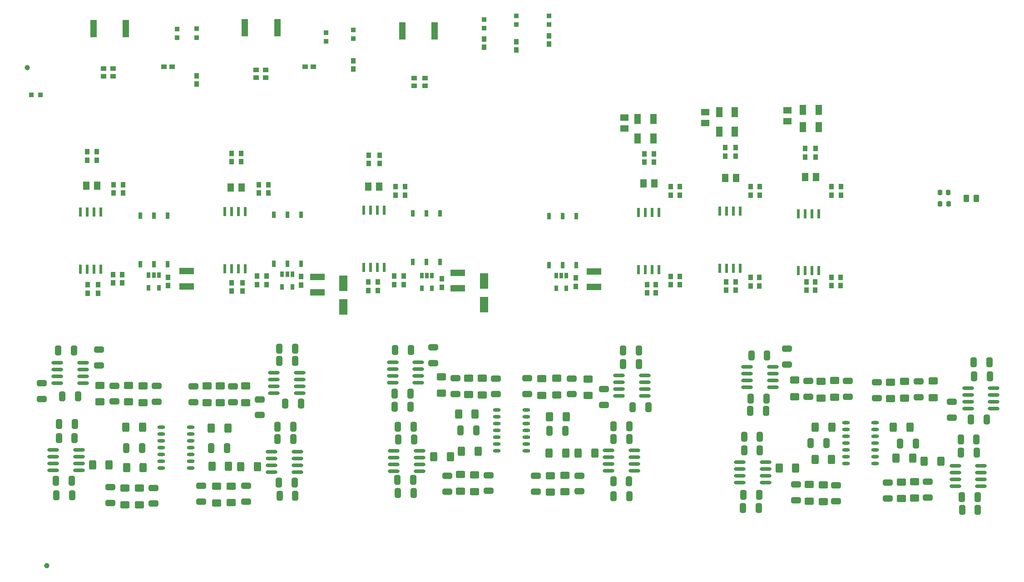
<source format=gbr>
%TF.GenerationSoftware,KiCad,Pcbnew,(5.99.0-10177-gd878cbddbc)*%
%TF.CreationDate,2021-05-19T16:56:41+02:00*%
%TF.ProjectId,PowerMeterDeng,506f7765-724d-4657-9465-7244656e672e,rev?*%
%TF.SameCoordinates,Original*%
%TF.FileFunction,Paste,Top*%
%TF.FilePolarity,Positive*%
%FSLAX46Y46*%
G04 Gerber Fmt 4.6, Leading zero omitted, Abs format (unit mm)*
G04 Created by KiCad (PCBNEW (5.99.0-10177-gd878cbddbc)) date 2021-05-19 16:56:41*
%MOMM*%
%LPD*%
G01*
G04 APERTURE LIST*
G04 Aperture macros list*
%AMRoundRect*
0 Rectangle with rounded corners*
0 $1 Rounding radius*
0 $2 $3 $4 $5 $6 $7 $8 $9 X,Y pos of 4 corners*
0 Add a 4 corners polygon primitive as box body*
4,1,4,$2,$3,$4,$5,$6,$7,$8,$9,$2,$3,0*
0 Add four circle primitives for the rounded corners*
1,1,$1+$1,$2,$3*
1,1,$1+$1,$4,$5*
1,1,$1+$1,$6,$7*
1,1,$1+$1,$8,$9*
0 Add four rect primitives between the rounded corners*
20,1,$1+$1,$2,$3,$4,$5,0*
20,1,$1+$1,$4,$5,$6,$7,0*
20,1,$1+$1,$6,$7,$8,$9,0*
20,1,$1+$1,$8,$9,$2,$3,0*%
G04 Aperture macros list end*
%ADD10RoundRect,0.225000X0.225000X0.250000X-0.225000X0.250000X-0.225000X-0.250000X0.225000X-0.250000X0*%
%ADD11RoundRect,0.250000X0.262500X0.450000X-0.262500X0.450000X-0.262500X-0.450000X0.262500X-0.450000X0*%
%ADD12R,0.939800X0.990600*%
%ADD13O,2.200001X0.599999*%
%ADD14RoundRect,0.250000X0.400000X0.625000X-0.400000X0.625000X-0.400000X-0.625000X0.400000X-0.625000X0*%
%ADD15RoundRect,0.250000X-0.650000X0.325000X-0.650000X-0.325000X0.650000X-0.325000X0.650000X0.325000X0*%
%ADD16RoundRect,0.249550X-0.650450X0.325450X-0.650450X-0.325450X0.650450X-0.325450X0.650450X0.325450X0*%
%ADD17RoundRect,0.250000X-0.400000X-0.625000X0.400000X-0.625000X0.400000X0.625000X-0.400000X0.625000X0*%
%ADD18RoundRect,0.250000X0.650000X-0.325000X0.650000X0.325000X-0.650000X0.325000X-0.650000X-0.325000X0*%
%ADD19RoundRect,0.249550X0.650450X-0.325450X0.650450X0.325450X-0.650450X0.325450X-0.650450X-0.325450X0*%
%ADD20RoundRect,0.250000X0.625000X-0.400000X0.625000X0.400000X-0.625000X0.400000X-0.625000X-0.400000X0*%
%ADD21RoundRect,0.250000X0.325000X0.650000X-0.325000X0.650000X-0.325000X-0.650000X0.325000X-0.650000X0*%
%ADD22RoundRect,0.249550X0.325450X0.650450X-0.325450X0.650450X-0.325450X-0.650450X0.325450X-0.650450X0*%
%ADD23R,0.990600X0.939800*%
%ADD24R,2.692400X1.295400*%
%ADD25R,0.812800X0.812800*%
%ADD26RoundRect,0.250000X-0.325000X-0.650000X0.325000X-0.650000X0.325000X0.650000X-0.325000X0.650000X0*%
%ADD27RoundRect,0.249550X-0.325450X-0.650450X0.325450X-0.650450X0.325450X0.650450X-0.325450X0.650450X0*%
%ADD28RoundRect,0.249600X-0.625400X0.400400X-0.625400X-0.400400X0.625400X-0.400400X0.625400X0.400400X0*%
%ADD29RoundRect,0.250000X-0.625000X0.400000X-0.625000X-0.400000X0.625000X-0.400000X0.625000X0.400000X0*%
%ADD30R,1.295400X1.828800*%
%ADD31R,1.210000X3.320000*%
%ADD32R,0.635000X1.270000*%
%ADD33RoundRect,0.249600X0.625400X-0.400400X0.625400X0.400400X-0.625400X0.400400X-0.625400X-0.400400X0*%
%ADD34R,0.635000X1.092200*%
%ADD35R,0.600000X1.800000*%
%ADD36C,0.990600*%
%ADD37R,1.270000X1.600200*%
%ADD38R,1.600200X1.270000*%
%ADD39O,1.450000X0.599999*%
%ADD40R,1.574800X2.997200*%
G04 APERTURE END LIST*
D10*
%TO.C,C52*%
X251040600Y-56845200D03*
X252590600Y-56845200D03*
%TD*%
%TO.C,C53*%
X251091400Y-58978800D03*
X252641400Y-58978800D03*
%TD*%
D11*
%TO.C,R98*%
X255983100Y-57962800D03*
X257808100Y-57962800D03*
%TD*%
D12*
%TO.C,R4*%
X93786800Y-49199800D03*
X93786800Y-50774600D03*
%TD*%
%TO.C,C43*%
X217459400Y-55727600D03*
X217459400Y-57302400D03*
%TD*%
D13*
%TO.C,U31*%
X148997199Y-88458400D03*
X148997199Y-89728400D03*
X148997199Y-90998400D03*
X148997199Y-92268400D03*
X153797199Y-92268400D03*
X153797199Y-90998400D03*
X153797199Y-89728400D03*
X153797199Y-88458400D03*
%TD*%
D14*
%TO.C,R109*%
X181357200Y-98651200D03*
X178257200Y-98651200D03*
%TD*%
D13*
%TO.C,U29*%
X131228800Y-108991400D03*
X131228800Y-107721400D03*
X131228800Y-106451400D03*
X131228800Y-105181400D03*
X126428800Y-105181400D03*
X126428800Y-106451400D03*
X126428800Y-107721400D03*
X126428800Y-108991400D03*
%TD*%
D15*
%TO.C,C196*%
X188422999Y-93518600D03*
D16*
X188422999Y-96468600D03*
%TD*%
D15*
%TO.C,C24*%
X96367600Y-111783000D03*
D16*
X96367600Y-114733000D03*
%TD*%
D17*
%TO.C,R30*%
X99237200Y-100584000D03*
X102337200Y-100584000D03*
%TD*%
D18*
%TO.C,C210*%
X222478600Y-88876400D03*
D19*
X222478600Y-85926400D03*
%TD*%
D17*
%TO.C,R113*%
X178155600Y-105458400D03*
X181255600Y-105458400D03*
%TD*%
D20*
%TO.C,R50*%
X116179600Y-114732400D03*
X116179600Y-111632400D03*
%TD*%
D21*
%TO.C,C222*%
X257913400Y-105333800D03*
D22*
X254963400Y-105333800D03*
%TD*%
D23*
%TO.C,FB6*%
X155051600Y-35458400D03*
X155051600Y-36931600D03*
%TD*%
D22*
%TO.C,C186*%
X118111800Y-104495600D03*
D21*
X115161800Y-104495600D03*
%TD*%
%TO.C,C223*%
X257862600Y-102920800D03*
D22*
X254912600Y-102920800D03*
%TD*%
D15*
%TO.C,C22*%
X105003600Y-92911400D03*
X105003600Y-95861400D03*
%TD*%
D12*
%TO.C,C31*%
X98739800Y-55346600D03*
X98739800Y-56921400D03*
%TD*%
D17*
%TO.C,R112*%
X183609399Y-105433000D03*
X186709399Y-105433000D03*
%TD*%
%TO.C,R42*%
X115188400Y-100736400D03*
X118288400Y-100736400D03*
%TD*%
D21*
%TO.C,C215*%
X260252000Y-88504200D03*
D22*
X257302000Y-88504200D03*
%TD*%
D24*
%TO.C,C25*%
X161096800Y-74726800D03*
X161096800Y-71831200D03*
%TD*%
D25*
%TO.C,D2*%
X108772800Y-27990800D03*
X108772800Y-26365200D03*
%TD*%
D14*
%TO.C,R46*%
X123774800Y-108000800D03*
X120674800Y-108000800D03*
%TD*%
D25*
%TO.C,D6*%
X166049800Y-26212800D03*
X166049800Y-24587200D03*
%TD*%
D14*
%TO.C,R48*%
X118390000Y-107899200D03*
X115290000Y-107899200D03*
%TD*%
D26*
%TO.C,C213*%
X215745800Y-95224600D03*
D27*
X218695800Y-95224600D03*
%TD*%
D28*
%TO.C,R110*%
X179629400Y-91487800D03*
D29*
X179629400Y-94587800D03*
%TD*%
D26*
%TO.C,C204*%
X190194000Y-113434000D03*
D27*
X193144000Y-113434000D03*
%TD*%
D12*
%TO.C,C56*%
X151038400Y-72415400D03*
X151038400Y-73990200D03*
%TD*%
%TO.C,C62*%
X217383200Y-72669400D03*
X217383200Y-74244200D03*
%TD*%
D21*
%TO.C,C202*%
X193144000Y-100454600D03*
D22*
X190194000Y-100454600D03*
%TD*%
D12*
%TO.C,C38*%
X151292400Y-55727600D03*
X151292400Y-57302400D03*
%TD*%
D30*
%TO.C,R72*%
X209890200Y-41808400D03*
X212785800Y-41808400D03*
%TD*%
D24*
%TO.C,C14*%
X134934800Y-75438000D03*
X134934800Y-72542400D03*
%TD*%
D12*
%TO.C,C5*%
X107121800Y-74193400D03*
X107121800Y-72618600D03*
%TD*%
%TO.C,R26*%
X146593400Y-49860200D03*
X146593400Y-51435000D03*
%TD*%
%TO.C,R57*%
X178140200Y-27584400D03*
X178140200Y-29159200D03*
%TD*%
D20*
%TO.C,R111*%
X176759200Y-94664000D03*
X176759200Y-91564000D03*
%TD*%
D12*
%TO.C,C8*%
X149539800Y-57302400D03*
X149539800Y-55727600D03*
%TD*%
D30*
%TO.C,R84*%
X225511200Y-44627800D03*
X228406800Y-44627800D03*
%TD*%
D29*
%TO.C,R131*%
X241858800Y-92201400D03*
X241858800Y-95301400D03*
%TD*%
D31*
%TO.C,R9*%
X121435000Y-26111200D03*
X127485000Y-26111200D03*
%TD*%
D21*
%TO.C,C207*%
X164569000Y-101165800D03*
D22*
X161619000Y-101165800D03*
%TD*%
D17*
%TO.C,R129*%
X242340800Y-100558600D03*
X245440800Y-100558600D03*
%TD*%
D12*
%TO.C,C3*%
X124012800Y-56921400D03*
X124012800Y-55346600D03*
%TD*%
D29*
%TO.C,R36*%
X99060000Y-111937200D03*
D28*
X99060000Y-115037200D03*
%TD*%
D20*
%TO.C,R38*%
X121564400Y-96038000D03*
X121564400Y-92938000D03*
%TD*%
D14*
%TO.C,R132*%
X224155600Y-108204000D03*
X221055600Y-108204000D03*
%TD*%
D26*
%TO.C,C212*%
X215644200Y-97586800D03*
D27*
X218594200Y-97586800D03*
%TD*%
D12*
%TO.C,C64*%
X215706800Y-74244200D03*
X215706800Y-72669400D03*
%TD*%
D26*
%TO.C,C216*%
X256794000Y-99197600D03*
D27*
X259744000Y-99197600D03*
%TD*%
D21*
%TO.C,C227*%
X229870000Y-103581200D03*
D22*
X226920000Y-103581200D03*
%TD*%
D32*
%TO.C,T2*%
X126806800Y-70104000D03*
X129346800Y-70104000D03*
X131886800Y-70104000D03*
X131886800Y-60985400D03*
X129346800Y-60985400D03*
X126806800Y-60985400D03*
%TD*%
D33*
%TO.C,R122*%
X161664399Y-112545000D03*
D20*
X161664399Y-109445000D03*
%TD*%
D15*
%TO.C,C164*%
X248742200Y-110793000D03*
D16*
X248742200Y-113743000D03*
%TD*%
D15*
%TO.C,C48*%
X159175199Y-109672400D03*
D16*
X159175199Y-112622400D03*
%TD*%
D24*
%TO.C,C50*%
X186547600Y-74472800D03*
X186547600Y-71577200D03*
%TD*%
D18*
%TO.C,C35*%
X119227600Y-95963000D03*
D19*
X119227600Y-93013000D03*
%TD*%
D15*
%TO.C,C29*%
X104444800Y-111910600D03*
X104444800Y-114860600D03*
%TD*%
D12*
%TO.C,C19*%
X230819800Y-57302400D03*
X230819800Y-55727600D03*
%TD*%
D21*
%TO.C,C191*%
X152440399Y-86223200D03*
D22*
X149490399Y-86223200D03*
%TD*%
D32*
%TO.C,T1*%
X101914800Y-70231000D03*
X104454800Y-70231000D03*
X106994800Y-70231000D03*
X106994800Y-61112400D03*
X104454800Y-61112400D03*
X101914800Y-61112400D03*
%TD*%
D23*
%TO.C,FB5*%
X153019600Y-35458400D03*
X153019600Y-36931600D03*
%TD*%
D13*
%TO.C,U36*%
X215074800Y-89357200D03*
X215074800Y-90627200D03*
X215074800Y-91897200D03*
X215074800Y-93167200D03*
X219874800Y-93167200D03*
X219874800Y-91897200D03*
X219874800Y-90627200D03*
X219874800Y-89357200D03*
%TD*%
D15*
%TO.C,C41*%
X175685199Y-109672400D03*
X175685199Y-112622400D03*
%TD*%
D18*
%TO.C,C158*%
X226517200Y-94947000D03*
D19*
X226517200Y-91997000D03*
%TD*%
D34*
%TO.C,U4*%
X130286600Y-72085200D03*
X129346800Y-72085200D03*
X128407000Y-72085200D03*
X128407000Y-74472800D03*
X130286600Y-74472800D03*
%TD*%
D29*
%TO.C,R115*%
X178402999Y-109622800D03*
X178402999Y-112722800D03*
%TD*%
D34*
%TO.C,U10*%
X181391400Y-72339200D03*
X180451600Y-72339200D03*
X179511800Y-72339200D03*
X179511800Y-74726800D03*
X181391400Y-74726800D03*
%TD*%
D35*
%TO.C,U12*%
X213791800Y-60309700D03*
X212521800Y-60309700D03*
X211251800Y-60309700D03*
X209981800Y-60309700D03*
X209981800Y-70969700D03*
X211251800Y-70969700D03*
X212521800Y-70969700D03*
X213791800Y-70969700D03*
%TD*%
D21*
%TO.C,C183*%
X130508800Y-100482400D03*
D22*
X127558800Y-100482400D03*
%TD*%
D21*
%TO.C,C219*%
X217476600Y-102387400D03*
D22*
X214526600Y-102387400D03*
%TD*%
D36*
%TO.C,FID1*%
X80832800Y-33528000D03*
%TD*%
D12*
%TO.C,R12*%
X118932800Y-73634600D03*
X118932800Y-75209400D03*
%TD*%
D36*
%TO.C,FID2*%
X84531200Y-126390400D03*
%TD*%
D21*
%TO.C,C194*%
X194940199Y-86281400D03*
D22*
X191990199Y-86281400D03*
%TD*%
D12*
%TO.C,R3*%
X92135800Y-74015600D03*
X92135800Y-75590400D03*
%TD*%
D34*
%TO.C,U2*%
X105394600Y-72212200D03*
X104454800Y-72212200D03*
X103515000Y-72212200D03*
X103515000Y-74599800D03*
X105394600Y-74599800D03*
%TD*%
D13*
%TO.C,U33*%
X195992199Y-94790400D03*
X195992199Y-93520400D03*
X195992199Y-92250400D03*
X195992199Y-90980400D03*
X191192199Y-90980400D03*
X191192199Y-92250400D03*
X191192199Y-93520400D03*
X191192199Y-94790400D03*
%TD*%
D18*
%TO.C,C37*%
X113284000Y-114505000D03*
X113284000Y-111555000D03*
%TD*%
D12*
%TO.C,C70*%
X230845200Y-74218800D03*
X230845200Y-72644000D03*
%TD*%
D13*
%TO.C,U28*%
X131686000Y-94208600D03*
X131686000Y-92938600D03*
X131686000Y-91668600D03*
X131686000Y-90398600D03*
X126886000Y-90398600D03*
X126886000Y-91668600D03*
X126886000Y-92938600D03*
X126886000Y-94208600D03*
%TD*%
D26*
%TO.C,C197*%
X193735598Y-96898600D03*
D27*
X196685598Y-96898600D03*
%TD*%
D37*
%TO.C,C2*%
X93913800Y-55575200D03*
X91881800Y-55575200D03*
%TD*%
D12*
%TO.C,R86*%
X225917600Y-48615600D03*
X225917600Y-50190400D03*
%TD*%
D25*
%TO.C,D11*%
X178191000Y-25501600D03*
X178191000Y-23876000D03*
%TD*%
D20*
%TO.C,R118*%
X163195600Y-94537000D03*
D33*
X163195600Y-91437000D03*
%TD*%
D37*
%TO.C,C61*%
X213039800Y-54076600D03*
X211007800Y-54076600D03*
%TD*%
D13*
%TO.C,U37*%
X261075400Y-97089400D03*
X261075400Y-95819400D03*
X261075400Y-94549400D03*
X261075400Y-93279400D03*
X256275400Y-93279400D03*
X256275400Y-94549400D03*
X256275400Y-95819400D03*
X256275400Y-97089400D03*
%TD*%
D12*
%TO.C,C54*%
X125460600Y-72415400D03*
X125460600Y-73990200D03*
%TD*%
D17*
%TO.C,R125*%
X227761200Y-100558600D03*
X230861200Y-100558600D03*
%TD*%
D37*
%TO.C,C9*%
X120863200Y-55880000D03*
X118831200Y-55880000D03*
%TD*%
D12*
%TO.C,R7*%
X112455800Y-35026600D03*
X112455800Y-36601400D03*
%TD*%
D24*
%TO.C,C6*%
X110550800Y-74345800D03*
X110550800Y-71450200D03*
%TD*%
D26*
%TO.C,C225*%
X255141200Y-113614200D03*
D27*
X258091200Y-113614200D03*
%TD*%
D22*
%TO.C,C206*%
X181180600Y-101267400D03*
D21*
X178230600Y-101267400D03*
%TD*%
D28*
%TO.C,R126*%
X228879400Y-92049000D03*
D29*
X228879400Y-95149000D03*
%TD*%
D26*
%TO.C,C200*%
X149972999Y-112842400D03*
D27*
X152922999Y-112842400D03*
%TD*%
D20*
%TO.C,R139*%
X243840000Y-113919600D03*
X243840000Y-110819600D03*
%TD*%
D26*
%TO.C,C172*%
X87374200Y-94843600D03*
D27*
X90324200Y-94843600D03*
%TD*%
D35*
%TO.C,U3*%
X121539000Y-60411300D03*
X120269000Y-60411300D03*
X118999000Y-60411300D03*
X117729000Y-60411300D03*
X117729000Y-71071300D03*
X118999000Y-71071300D03*
X120269000Y-71071300D03*
X121539000Y-71071300D03*
%TD*%
D12*
%TO.C,C11*%
X200847800Y-57302400D03*
X200847800Y-55727600D03*
%TD*%
%TO.C,R5*%
X94040800Y-74015600D03*
X94040800Y-75590400D03*
%TD*%
D13*
%TO.C,U38*%
X213703200Y-107111800D03*
X213703200Y-108381800D03*
X213703200Y-109651800D03*
X213703200Y-110921800D03*
X218503200Y-110921800D03*
X218503200Y-109651800D03*
X218503200Y-108381800D03*
X218503200Y-107111800D03*
%TD*%
D20*
%TO.C,R116*%
X158115600Y-94283000D03*
X158115600Y-91183000D03*
%TD*%
D12*
%TO.C,C45*%
X98587400Y-72110600D03*
X98587400Y-73685400D03*
%TD*%
D26*
%TO.C,C220*%
X214323400Y-115671600D03*
D27*
X217273400Y-115671600D03*
%TD*%
D15*
%TO.C,C156*%
X183863999Y-109621600D03*
D16*
X183863999Y-112571600D03*
%TD*%
D13*
%TO.C,U26*%
X86500000Y-88569800D03*
X86500000Y-89839800D03*
X86500000Y-91109800D03*
X86500000Y-92379800D03*
X91300000Y-92379800D03*
X91300000Y-91109800D03*
X91300000Y-89839800D03*
X91300000Y-88569800D03*
%TD*%
D18*
%TO.C,C170*%
X94234000Y-89105000D03*
D19*
X94234000Y-86155000D03*
%TD*%
D29*
%TO.C,R114*%
X181146199Y-109546600D03*
D28*
X181146199Y-112646600D03*
%TD*%
D12*
%TO.C,R77*%
X212912800Y-48463200D03*
X212912800Y-50038000D03*
%TD*%
%TO.C,R55*%
X172018800Y-28676600D03*
X172018800Y-30251400D03*
%TD*%
D18*
%TO.C,C40*%
X160706400Y-94411200D03*
D19*
X160706400Y-91461200D03*
%TD*%
D12*
%TO.C,C13*%
X131886800Y-74066400D03*
X131886800Y-72491600D03*
%TD*%
D21*
%TO.C,C214*%
X260328200Y-91120400D03*
D22*
X257378200Y-91120400D03*
%TD*%
D26*
%TO.C,C224*%
X255166600Y-116001800D03*
D27*
X258116600Y-116001800D03*
%TD*%
D38*
%TO.C,R59*%
X192211800Y-42849800D03*
X192211800Y-44881800D03*
%TD*%
D25*
%TO.C,D1*%
X81671000Y-38608000D03*
X83296600Y-38608000D03*
%TD*%
D13*
%TO.C,U32*%
X149225799Y-104993800D03*
X149225799Y-106263800D03*
X149225799Y-107533800D03*
X149225799Y-108803800D03*
X154025799Y-108803800D03*
X154025799Y-107533800D03*
X154025799Y-106263800D03*
X154025799Y-104993800D03*
%TD*%
D12*
%TO.C,C1*%
X96961800Y-56921400D03*
X96961800Y-55346600D03*
%TD*%
%TO.C,R65*%
X197672800Y-49606200D03*
X197672800Y-51181000D03*
%TD*%
D13*
%TO.C,U39*%
X258699000Y-111633000D03*
X258699000Y-110363000D03*
X258699000Y-109093000D03*
X258699000Y-107823000D03*
X253899000Y-107823000D03*
X253899000Y-109093000D03*
X253899000Y-110363000D03*
X253899000Y-111633000D03*
%TD*%
D21*
%TO.C,C211*%
X218822800Y-87249000D03*
D22*
X215872800Y-87249000D03*
%TD*%
D23*
%TO.C,FB4*%
X125333600Y-33934400D03*
X125333600Y-35407600D03*
%TD*%
D21*
%TO.C,C171*%
X89613000Y-86309200D03*
D22*
X86663000Y-86309200D03*
%TD*%
D23*
%TO.C,FB2*%
X96885600Y-33680400D03*
X96885600Y-35153600D03*
%TD*%
D12*
%TO.C,R23*%
X144459800Y-73507600D03*
X144459800Y-75082400D03*
%TD*%
D18*
%TO.C,C155*%
X168224800Y-94462000D03*
X168224800Y-91512000D03*
%TD*%
D25*
%TO.C,D4*%
X136585800Y-28625800D03*
X136585800Y-27000200D03*
%TD*%
D12*
%TO.C,R15*%
X120964800Y-73634600D03*
X120964800Y-75209400D03*
%TD*%
D26*
%TO.C,C184*%
X127912600Y-113385600D03*
D27*
X130862600Y-113385600D03*
%TD*%
D26*
%TO.C,C180*%
X86205800Y-110591600D03*
D27*
X89155800Y-110591600D03*
%TD*%
D29*
%TO.C,R123*%
X164280599Y-109495800D03*
X164280599Y-112595800D03*
%TD*%
D12*
%TO.C,R74*%
X211007800Y-48463200D03*
X211007800Y-50038000D03*
%TD*%
D21*
%TO.C,C199*%
X152948399Y-100498000D03*
D22*
X149998399Y-100498000D03*
%TD*%
D37*
%TO.C,C55*%
X197799800Y-55092600D03*
X195767800Y-55092600D03*
%TD*%
D26*
%TO.C,C205*%
X190143200Y-110665400D03*
D27*
X193093200Y-110665400D03*
%TD*%
D30*
%TO.C,R85*%
X225511200Y-41402000D03*
X228406800Y-41402000D03*
%TD*%
D15*
%TO.C,C177*%
X124206000Y-95400600D03*
D16*
X124206000Y-98350600D03*
%TD*%
D38*
%TO.C,R83*%
X222615600Y-41478200D03*
X222615600Y-43510200D03*
%TD*%
D29*
%TO.C,R134*%
X226669600Y-111301900D03*
D28*
X226669600Y-114401900D03*
%TD*%
D25*
%TO.C,D3*%
X112455800Y-26289000D03*
X112455800Y-27914600D03*
%TD*%
%TO.C,D9*%
X172095000Y-23901400D03*
X172095000Y-25527000D03*
%TD*%
D15*
%TO.C,C163*%
X231698800Y-111427700D03*
X231698800Y-114377700D03*
%TD*%
D12*
%TO.C,C67*%
X232521600Y-72644000D03*
X232521600Y-74218800D03*
%TD*%
%TO.C,R63*%
X195894800Y-49606200D03*
X195894800Y-51181000D03*
%TD*%
D29*
%TO.C,R124*%
X223951800Y-91820400D03*
X223951800Y-94920400D03*
%TD*%
D35*
%TO.C,U11*%
X198653400Y-60563700D03*
X197383400Y-60563700D03*
X196113400Y-60563700D03*
X194843400Y-60563700D03*
X194843400Y-71223700D03*
X196113400Y-71223700D03*
X197383400Y-71223700D03*
X198653400Y-71223700D03*
%TD*%
D12*
%TO.C,R64*%
X196402800Y-73990200D03*
X196402800Y-75565000D03*
%TD*%
D17*
%TO.C,R120*%
X156659399Y-106093400D03*
X159759399Y-106093400D03*
%TD*%
D22*
%TO.C,C226*%
X246534200Y-103632000D03*
D21*
X243584200Y-103632000D03*
%TD*%
D12*
%TO.C,R75*%
X211134800Y-73482200D03*
X211134800Y-75057000D03*
%TD*%
D14*
%TO.C,R137*%
X245948800Y-106324400D03*
X242848800Y-106324400D03*
%TD*%
D23*
%TO.C,FB3*%
X123555600Y-33934400D03*
X123555600Y-35407600D03*
%TD*%
D21*
%TO.C,C174*%
X130810000Y-88265000D03*
D22*
X127860000Y-88265000D03*
%TD*%
D20*
%TO.C,R135*%
X229285800Y-114452700D03*
X229285800Y-111352700D03*
%TD*%
D26*
%TO.C,C185*%
X127811000Y-110896400D03*
D27*
X130761000Y-110896400D03*
%TD*%
D21*
%TO.C,C182*%
X130456200Y-102819200D03*
D22*
X127506200Y-102819200D03*
%TD*%
D29*
%TO.C,R32*%
X102463600Y-92887200D03*
X102463600Y-95987200D03*
%TD*%
D14*
%TO.C,R117*%
X164390000Y-98168600D03*
X161290000Y-98168600D03*
%TD*%
D30*
%TO.C,R61*%
X194701000Y-46786800D03*
X197596600Y-46786800D03*
%TD*%
D12*
%TO.C,C12*%
X123733400Y-73990200D03*
X123733400Y-72415400D03*
%TD*%
D18*
%TO.C,C21*%
X97129600Y-95810600D03*
D19*
X97129600Y-92860600D03*
%TD*%
D20*
%TO.C,R43*%
X116840000Y-96038000D03*
D33*
X116840000Y-92938000D03*
%TD*%
D13*
%TO.C,U34*%
X194069000Y-108735000D03*
X194069000Y-107465000D03*
X194069000Y-106195000D03*
X194069000Y-104925000D03*
X189269000Y-104925000D03*
X189269000Y-106195000D03*
X189269000Y-107465000D03*
X189269000Y-108735000D03*
%TD*%
D39*
%TO.C,U25*%
X105885399Y-100584000D03*
X105885399Y-101854000D03*
X105885399Y-103124000D03*
X105885399Y-104394000D03*
X105885399Y-105664000D03*
X105885399Y-106934000D03*
X105885399Y-108204000D03*
X111335398Y-108204000D03*
X111335398Y-106934000D03*
X111335398Y-105664000D03*
X111335398Y-104394000D03*
X111335398Y-103124000D03*
X111335398Y-101854000D03*
X111335398Y-100584000D03*
%TD*%
D12*
%TO.C,R66*%
X198053800Y-73990200D03*
X198053800Y-75565000D03*
%TD*%
D14*
%TO.C,R35*%
X102489600Y-108102400D03*
X99389600Y-108102400D03*
%TD*%
D26*
%TO.C,C201*%
X149896799Y-110454800D03*
D27*
X152846799Y-110454800D03*
%TD*%
D26*
%TO.C,C192*%
X149337999Y-96789600D03*
D27*
X152287999Y-96789600D03*
%TD*%
D15*
%TO.C,C173*%
X83616800Y-92403400D03*
D16*
X83616800Y-95353400D03*
%TD*%
D40*
%TO.C,C28*%
X166024400Y-73329800D03*
X166024400Y-77698600D03*
%TD*%
D12*
%TO.C,R25*%
X146237800Y-73507600D03*
X146237800Y-75082400D03*
%TD*%
D30*
%TO.C,R60*%
X194701000Y-43103800D03*
X197596600Y-43103800D03*
%TD*%
D13*
%TO.C,U27*%
X85738000Y-104825800D03*
X85738000Y-106095800D03*
X85738000Y-107365800D03*
X85738000Y-108635800D03*
X90538000Y-108635800D03*
X90538000Y-107365800D03*
X90538000Y-106095800D03*
X90538000Y-104825800D03*
%TD*%
D12*
%TO.C,C49*%
X183118600Y-74320400D03*
X183118600Y-72745600D03*
%TD*%
%TO.C,R24*%
X144561400Y-49860200D03*
X144561400Y-51435000D03*
%TD*%
D37*
%TO.C,C18*%
X146466400Y-55727600D03*
X144434400Y-55727600D03*
%TD*%
D33*
%TO.C,R49*%
X118922800Y-114681600D03*
D20*
X118922800Y-111581600D03*
%TD*%
%TO.C,R130*%
X244449600Y-95149000D03*
D33*
X244449600Y-92049000D03*
%TD*%
D39*
%TO.C,U30*%
X168446199Y-97406600D03*
X168446199Y-98676600D03*
X168446199Y-99946600D03*
X168446199Y-101216600D03*
X168446199Y-102486600D03*
X168446199Y-103756600D03*
X168446199Y-105026600D03*
X173896198Y-105026600D03*
X173896198Y-103756600D03*
X173896198Y-102486600D03*
X173896198Y-101216600D03*
X173896198Y-99946600D03*
X173896198Y-98676600D03*
X173896198Y-97406600D03*
%TD*%
D37*
%TO.C,C68*%
X227949600Y-53975000D03*
X225917600Y-53975000D03*
%TD*%
D23*
%TO.C,FB1*%
X95107600Y-33680400D03*
X95107600Y-35153600D03*
%TD*%
D12*
%TO.C,C42*%
X202575000Y-55727600D03*
X202575000Y-57302400D03*
%TD*%
D18*
%TO.C,C160*%
X239318800Y-95175600D03*
X239318800Y-92225600D03*
%TD*%
%TO.C,C161*%
X247065800Y-95023200D03*
D19*
X247065800Y-92073200D03*
%TD*%
D12*
%TO.C,R33*%
X166049800Y-28168600D03*
X166049800Y-29743400D03*
%TD*%
D16*
%TO.C,C36*%
X121666000Y-111555000D03*
X121666000Y-114505000D03*
%TD*%
D14*
%TO.C,R136*%
X251180600Y-106959400D03*
X248080600Y-106959400D03*
%TD*%
D18*
%TO.C,C190*%
X156558999Y-88670800D03*
D19*
X156558999Y-85720800D03*
%TD*%
D15*
%TO.C,C217*%
X253267000Y-95837700D03*
D16*
X253267000Y-98787700D03*
%TD*%
D35*
%TO.C,U1*%
X94615000Y-60462100D03*
X93345000Y-60462100D03*
X92075000Y-60462100D03*
X90805000Y-60462100D03*
X90805000Y-71122100D03*
X92075000Y-71122100D03*
X93345000Y-71122100D03*
X94615000Y-71122100D03*
%TD*%
D26*
%TO.C,C221*%
X214374200Y-113233200D03*
D27*
X217324200Y-113233200D03*
%TD*%
D12*
%TO.C,C17*%
X215706800Y-57302400D03*
X215706800Y-55727600D03*
%TD*%
D18*
%TO.C,C34*%
X111861600Y-95912200D03*
X111861600Y-92962200D03*
%TD*%
D15*
%TO.C,C162*%
X224180400Y-111249900D03*
D16*
X224180400Y-114199900D03*
%TD*%
D21*
%TO.C,C175*%
X130811800Y-85953600D03*
D22*
X127861800Y-85953600D03*
%TD*%
D12*
%TO.C,C23*%
X158201200Y-74498200D03*
X158201200Y-72923400D03*
%TD*%
D29*
%TO.C,R29*%
X94437200Y-92785600D03*
X94437200Y-95885600D03*
%TD*%
D20*
%TO.C,R37*%
X101752400Y-115037200D03*
X101752400Y-111937200D03*
%TD*%
D17*
%TO.C,R121*%
X161816199Y-105128200D03*
X164916199Y-105128200D03*
%TD*%
D29*
%TO.C,R45*%
X114401600Y-92938000D03*
X114401600Y-96038000D03*
%TD*%
D14*
%TO.C,R34*%
X96139600Y-107645200D03*
X93039600Y-107645200D03*
%TD*%
D12*
%TO.C,R14*%
X120736200Y-49504600D03*
X120736200Y-51079400D03*
%TD*%
%TO.C,C33*%
X125790800Y-55346600D03*
X125790800Y-56921400D03*
%TD*%
D15*
%TO.C,C39*%
X174066800Y-91461200D03*
X174066800Y-94411200D03*
%TD*%
D18*
%TO.C,C157*%
X166922199Y-112495400D03*
X166922199Y-109545400D03*
%TD*%
%TO.C,C165*%
X241350800Y-113895400D03*
X241350800Y-110945400D03*
%TD*%
D12*
%TO.C,C57*%
X200847800Y-74041000D03*
X200847800Y-72466200D03*
%TD*%
D38*
%TO.C,R71*%
X207274000Y-41833800D03*
X207274000Y-43865800D03*
%TD*%
D29*
%TO.C,R127*%
X231368600Y-91896600D03*
X231368600Y-94996600D03*
%TD*%
D40*
%TO.C,C16*%
X139760800Y-73761600D03*
X139760800Y-78130400D03*
%TD*%
D21*
%TO.C,C203*%
X193144000Y-102816800D03*
D22*
X190194000Y-102816800D03*
%TD*%
D12*
%TO.C,C20*%
X149311200Y-73990200D03*
X149311200Y-72415400D03*
%TD*%
%TO.C,C44*%
X232572400Y-55727600D03*
X232572400Y-57302400D03*
%TD*%
D33*
%TO.C,R138*%
X246329200Y-113843400D03*
D20*
X246329200Y-110743400D03*
%TD*%
D23*
%TO.C,R19*%
X134249000Y-33401000D03*
X132674200Y-33401000D03*
%TD*%
D25*
%TO.C,D5*%
X141665800Y-26492200D03*
X141665800Y-28117800D03*
%TD*%
D31*
%TO.C,R1*%
X93190200Y-26263600D03*
X99240200Y-26263600D03*
%TD*%
D35*
%TO.C,U5*%
X147447000Y-60157300D03*
X146177000Y-60157300D03*
X144907000Y-60157300D03*
X143637000Y-60157300D03*
X143637000Y-70817300D03*
X144907000Y-70817300D03*
X146177000Y-70817300D03*
X147447000Y-70817300D03*
%TD*%
D18*
%TO.C,C154*%
X182398000Y-94462000D03*
D19*
X182398000Y-91512000D03*
%TD*%
D39*
%TO.C,U35*%
X233513201Y-99771200D03*
X233513201Y-101041200D03*
X233513201Y-102311200D03*
X233513201Y-103581200D03*
X233513201Y-104851200D03*
X233513201Y-106121200D03*
X233513201Y-107391200D03*
X238963200Y-107391200D03*
X238963200Y-106121200D03*
X238963200Y-104851200D03*
X238963200Y-103581200D03*
X238963200Y-102311200D03*
X238963200Y-101041200D03*
X238963200Y-99771200D03*
%TD*%
D29*
%TO.C,R108*%
X185471400Y-91589400D03*
X185471400Y-94689400D03*
%TD*%
D30*
%TO.C,R73*%
X209890200Y-45491400D03*
X212785800Y-45491400D03*
%TD*%
D12*
%TO.C,R88*%
X227771800Y-73482200D03*
X227771800Y-75057000D03*
%TD*%
%TO.C,R2*%
X92008800Y-49199800D03*
X92008800Y-50774600D03*
%TD*%
%TO.C,R78*%
X212912800Y-73482200D03*
X212912800Y-75057000D03*
%TD*%
D21*
%TO.C,C179*%
X89714600Y-102616000D03*
D22*
X86764600Y-102616000D03*
%TD*%
D12*
%TO.C,C4*%
X96834800Y-73685400D03*
X96834800Y-72110600D03*
%TD*%
D26*
%TO.C,C181*%
X86307400Y-113284000D03*
D27*
X89257400Y-113284000D03*
%TD*%
D28*
%TO.C,R31*%
X99771200Y-92785600D03*
D29*
X99771200Y-95885600D03*
%TD*%
D34*
%TO.C,U6*%
X156321600Y-72288400D03*
X155381800Y-72288400D03*
X154442000Y-72288400D03*
X154442000Y-74676000D03*
X156321600Y-74676000D03*
%TD*%
D21*
%TO.C,C198*%
X153024599Y-102885600D03*
D22*
X150074599Y-102885600D03*
%TD*%
D12*
%TO.C,R11*%
X118958200Y-49504600D03*
X118958200Y-51079400D03*
%TD*%
%TO.C,R21*%
X141665800Y-32232600D03*
X141665800Y-33807400D03*
%TD*%
D23*
%TO.C,R6*%
X107909200Y-33401000D03*
X106334400Y-33401000D03*
%TD*%
D35*
%TO.C,U14*%
X228422200Y-60766900D03*
X227152200Y-60766900D03*
X225882200Y-60766900D03*
X224612200Y-60766900D03*
X224612200Y-71426900D03*
X225882200Y-71426900D03*
X227152200Y-71426900D03*
X228422200Y-71426900D03*
%TD*%
D14*
%TO.C,R133*%
X230835800Y-106578400D03*
X227735800Y-106578400D03*
%TD*%
D15*
%TO.C,C159*%
X233857800Y-91946200D03*
X233857800Y-94896200D03*
%TD*%
D31*
%TO.C,R22*%
X150797400Y-26670000D03*
X156847400Y-26670000D03*
%TD*%
D21*
%TO.C,C178*%
X89765400Y-100025200D03*
D22*
X86815400Y-100025200D03*
%TD*%
D12*
%TO.C,R89*%
X227822600Y-48615600D03*
X227822600Y-50190400D03*
%TD*%
D21*
%TO.C,C195*%
X194940199Y-88796000D03*
D22*
X191990199Y-88796000D03*
%TD*%
D12*
%TO.C,R87*%
X226120800Y-73482200D03*
X226120800Y-75057000D03*
%TD*%
D26*
%TO.C,C193*%
X149388799Y-94376600D03*
D27*
X152338799Y-94376600D03*
%TD*%
D32*
%TO.C,T3*%
X152740200Y-69799200D03*
X155280200Y-69799200D03*
X157820200Y-69799200D03*
X157820200Y-60680600D03*
X155280200Y-60680600D03*
X152740200Y-60680600D03*
%TD*%
D26*
%TO.C,C176*%
X128979400Y-96215200D03*
D27*
X131929400Y-96215200D03*
%TD*%
D20*
%TO.C,R128*%
X249758200Y-95098200D03*
X249758200Y-91998200D03*
%TD*%
D32*
%TO.C,T5*%
X178165600Y-70358000D03*
X180705600Y-70358000D03*
X183245600Y-70358000D03*
X183245600Y-61239400D03*
X180705600Y-61239400D03*
X178165600Y-61239400D03*
%TD*%
D12*
%TO.C,C60*%
X202575000Y-72466200D03*
X202575000Y-74041000D03*
%TD*%
D21*
%TO.C,C187*%
X102262200Y-104495600D03*
D22*
X99312200Y-104495600D03*
%TD*%
D20*
%TO.C,R119*%
X165735600Y-94587800D03*
X165735600Y-91487800D03*
%TD*%
D21*
%TO.C,C218*%
X217476600Y-104876600D03*
D22*
X214526600Y-104876600D03*
%TD*%
M02*

</source>
